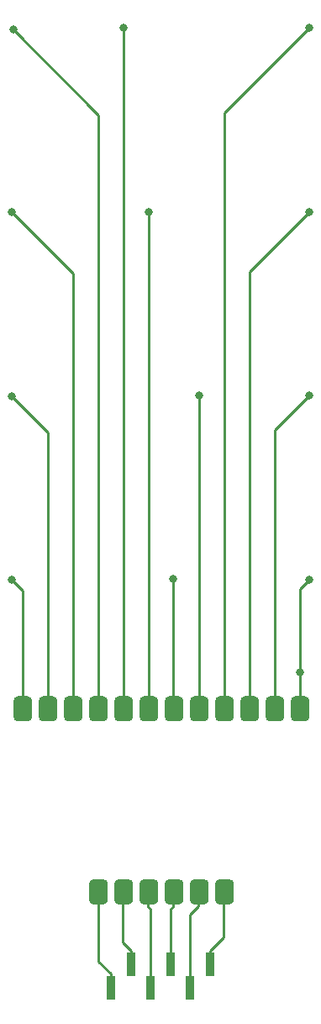
<source format=gbr>
G04 #@! TF.GenerationSoftware,KiCad,Pcbnew,(5.1.7)-1*
G04 #@! TF.CreationDate,2020-11-09T16:31:24+01:00*
G04 #@! TF.ProjectId,Touch-Flaeche,546f7563-682d-4466-9c61-656368652e6b,0.1*
G04 #@! TF.SameCoordinates,Original*
G04 #@! TF.FileFunction,Copper,L1,Top*
G04 #@! TF.FilePolarity,Positive*
%FSLAX46Y46*%
G04 Gerber Fmt 4.6, Leading zero omitted, Abs format (unit mm)*
G04 Created by KiCad (PCBNEW (5.1.7)-1) date 2020-11-09 16:31:24*
%MOMM*%
%LPD*%
G01*
G04 APERTURE LIST*
G04 #@! TA.AperFunction,SMDPad,CuDef*
%ADD10R,0.850000X2.350000*%
G04 #@! TD*
G04 #@! TA.AperFunction,ViaPad*
%ADD11C,0.800000*%
G04 #@! TD*
G04 #@! TA.AperFunction,Conductor*
%ADD12C,0.250000*%
G04 #@! TD*
G04 APERTURE END LIST*
G04 #@! TA.AperFunction,SMDPad,CuDef*
G36*
G01*
X107177500Y-119186250D02*
X107177500Y-117598750D01*
G75*
G02*
X107653750Y-117122500I476250J0D01*
G01*
X108606250Y-117122500D01*
G75*
G02*
X109082500Y-117598750I0J-476250D01*
G01*
X109082500Y-119186250D01*
G75*
G02*
X108606250Y-119662500I-476250J0D01*
G01*
X107653750Y-119662500D01*
G75*
G02*
X107177500Y-119186250I0J476250D01*
G01*
G37*
G04 #@! TD.AperFunction*
G04 #@! TA.AperFunction,SMDPad,CuDef*
G36*
G01*
X109717500Y-119186250D02*
X109717500Y-117598750D01*
G75*
G02*
X110193750Y-117122500I476250J0D01*
G01*
X111146250Y-117122500D01*
G75*
G02*
X111622500Y-117598750I0J-476250D01*
G01*
X111622500Y-119186250D01*
G75*
G02*
X111146250Y-119662500I-476250J0D01*
G01*
X110193750Y-119662500D01*
G75*
G02*
X109717500Y-119186250I0J476250D01*
G01*
G37*
G04 #@! TD.AperFunction*
G04 #@! TA.AperFunction,SMDPad,CuDef*
G36*
G01*
X112257500Y-119186250D02*
X112257500Y-117598750D01*
G75*
G02*
X112733750Y-117122500I476250J0D01*
G01*
X113686250Y-117122500D01*
G75*
G02*
X114162500Y-117598750I0J-476250D01*
G01*
X114162500Y-119186250D01*
G75*
G02*
X113686250Y-119662500I-476250J0D01*
G01*
X112733750Y-119662500D01*
G75*
G02*
X112257500Y-119186250I0J476250D01*
G01*
G37*
G04 #@! TD.AperFunction*
G04 #@! TA.AperFunction,SMDPad,CuDef*
G36*
G01*
X135117500Y-119186250D02*
X135117500Y-117598750D01*
G75*
G02*
X135593750Y-117122500I476250J0D01*
G01*
X136546250Y-117122500D01*
G75*
G02*
X137022500Y-117598750I0J-476250D01*
G01*
X137022500Y-119186250D01*
G75*
G02*
X136546250Y-119662500I-476250J0D01*
G01*
X135593750Y-119662500D01*
G75*
G02*
X135117500Y-119186250I0J476250D01*
G01*
G37*
G04 #@! TD.AperFunction*
G04 #@! TA.AperFunction,SMDPad,CuDef*
G36*
G01*
X132577500Y-119186250D02*
X132577500Y-117598750D01*
G75*
G02*
X133053750Y-117122500I476250J0D01*
G01*
X134006250Y-117122500D01*
G75*
G02*
X134482500Y-117598750I0J-476250D01*
G01*
X134482500Y-119186250D01*
G75*
G02*
X134006250Y-119662500I-476250J0D01*
G01*
X133053750Y-119662500D01*
G75*
G02*
X132577500Y-119186250I0J476250D01*
G01*
G37*
G04 #@! TD.AperFunction*
G04 #@! TA.AperFunction,SMDPad,CuDef*
G36*
G01*
X130037500Y-119186250D02*
X130037500Y-117598750D01*
G75*
G02*
X130513750Y-117122500I476250J0D01*
G01*
X131466250Y-117122500D01*
G75*
G02*
X131942500Y-117598750I0J-476250D01*
G01*
X131942500Y-119186250D01*
G75*
G02*
X131466250Y-119662500I-476250J0D01*
G01*
X130513750Y-119662500D01*
G75*
G02*
X130037500Y-119186250I0J476250D01*
G01*
G37*
G04 #@! TD.AperFunction*
G04 #@! TA.AperFunction,SMDPad,CuDef*
G36*
G01*
X127497500Y-119186250D02*
X127497500Y-117598750D01*
G75*
G02*
X127973750Y-117122500I476250J0D01*
G01*
X128926250Y-117122500D01*
G75*
G02*
X129402500Y-117598750I0J-476250D01*
G01*
X129402500Y-119186250D01*
G75*
G02*
X128926250Y-119662500I-476250J0D01*
G01*
X127973750Y-119662500D01*
G75*
G02*
X127497500Y-119186250I0J476250D01*
G01*
G37*
G04 #@! TD.AperFunction*
G04 #@! TA.AperFunction,SMDPad,CuDef*
G36*
G01*
X124957500Y-119186250D02*
X124957500Y-117598750D01*
G75*
G02*
X125433750Y-117122500I476250J0D01*
G01*
X126386250Y-117122500D01*
G75*
G02*
X126862500Y-117598750I0J-476250D01*
G01*
X126862500Y-119186250D01*
G75*
G02*
X126386250Y-119662500I-476250J0D01*
G01*
X125433750Y-119662500D01*
G75*
G02*
X124957500Y-119186250I0J476250D01*
G01*
G37*
G04 #@! TD.AperFunction*
G04 #@! TA.AperFunction,SMDPad,CuDef*
G36*
G01*
X122417500Y-119186250D02*
X122417500Y-117598750D01*
G75*
G02*
X122893750Y-117122500I476250J0D01*
G01*
X123846250Y-117122500D01*
G75*
G02*
X124322500Y-117598750I0J-476250D01*
G01*
X124322500Y-119186250D01*
G75*
G02*
X123846250Y-119662500I-476250J0D01*
G01*
X122893750Y-119662500D01*
G75*
G02*
X122417500Y-119186250I0J476250D01*
G01*
G37*
G04 #@! TD.AperFunction*
G04 #@! TA.AperFunction,SMDPad,CuDef*
G36*
G01*
X119877500Y-119186250D02*
X119877500Y-117598750D01*
G75*
G02*
X120353750Y-117122500I476250J0D01*
G01*
X121306250Y-117122500D01*
G75*
G02*
X121782500Y-117598750I0J-476250D01*
G01*
X121782500Y-119186250D01*
G75*
G02*
X121306250Y-119662500I-476250J0D01*
G01*
X120353750Y-119662500D01*
G75*
G02*
X119877500Y-119186250I0J476250D01*
G01*
G37*
G04 #@! TD.AperFunction*
G04 #@! TA.AperFunction,SMDPad,CuDef*
G36*
G01*
X117337500Y-119186250D02*
X117337500Y-117598750D01*
G75*
G02*
X117813750Y-117122500I476250J0D01*
G01*
X118766250Y-117122500D01*
G75*
G02*
X119242500Y-117598750I0J-476250D01*
G01*
X119242500Y-119186250D01*
G75*
G02*
X118766250Y-119662500I-476250J0D01*
G01*
X117813750Y-119662500D01*
G75*
G02*
X117337500Y-119186250I0J476250D01*
G01*
G37*
G04 #@! TD.AperFunction*
G04 #@! TA.AperFunction,SMDPad,CuDef*
G36*
G01*
X114797500Y-119186250D02*
X114797500Y-117598750D01*
G75*
G02*
X115273750Y-117122500I476250J0D01*
G01*
X116226250Y-117122500D01*
G75*
G02*
X116702500Y-117598750I0J-476250D01*
G01*
X116702500Y-119186250D01*
G75*
G02*
X116226250Y-119662500I-476250J0D01*
G01*
X115273750Y-119662500D01*
G75*
G02*
X114797500Y-119186250I0J476250D01*
G01*
G37*
G04 #@! TD.AperFunction*
G04 #@! TA.AperFunction,SMDPad,CuDef*
G36*
G01*
X127497500Y-137601250D02*
X127497500Y-136013750D01*
G75*
G02*
X127973750Y-135537500I476250J0D01*
G01*
X128926250Y-135537500D01*
G75*
G02*
X129402500Y-136013750I0J-476250D01*
G01*
X129402500Y-137601250D01*
G75*
G02*
X128926250Y-138077500I-476250J0D01*
G01*
X127973750Y-138077500D01*
G75*
G02*
X127497500Y-137601250I0J476250D01*
G01*
G37*
G04 #@! TD.AperFunction*
G04 #@! TA.AperFunction,SMDPad,CuDef*
G36*
G01*
X124957500Y-137601250D02*
X124957500Y-136013750D01*
G75*
G02*
X125433750Y-135537500I476250J0D01*
G01*
X126386250Y-135537500D01*
G75*
G02*
X126862500Y-136013750I0J-476250D01*
G01*
X126862500Y-137601250D01*
G75*
G02*
X126386250Y-138077500I-476250J0D01*
G01*
X125433750Y-138077500D01*
G75*
G02*
X124957500Y-137601250I0J476250D01*
G01*
G37*
G04 #@! TD.AperFunction*
G04 #@! TA.AperFunction,SMDPad,CuDef*
G36*
G01*
X122417500Y-137601250D02*
X122417500Y-136013750D01*
G75*
G02*
X122893750Y-135537500I476250J0D01*
G01*
X123846250Y-135537500D01*
G75*
G02*
X124322500Y-136013750I0J-476250D01*
G01*
X124322500Y-137601250D01*
G75*
G02*
X123846250Y-138077500I-476250J0D01*
G01*
X122893750Y-138077500D01*
G75*
G02*
X122417500Y-137601250I0J476250D01*
G01*
G37*
G04 #@! TD.AperFunction*
G04 #@! TA.AperFunction,SMDPad,CuDef*
G36*
G01*
X119877500Y-137601250D02*
X119877500Y-136013750D01*
G75*
G02*
X120353750Y-135537500I476250J0D01*
G01*
X121306250Y-135537500D01*
G75*
G02*
X121782500Y-136013750I0J-476250D01*
G01*
X121782500Y-137601250D01*
G75*
G02*
X121306250Y-138077500I-476250J0D01*
G01*
X120353750Y-138077500D01*
G75*
G02*
X119877500Y-137601250I0J476250D01*
G01*
G37*
G04 #@! TD.AperFunction*
G04 #@! TA.AperFunction,SMDPad,CuDef*
G36*
G01*
X117337500Y-137601250D02*
X117337500Y-136013750D01*
G75*
G02*
X117813750Y-135537500I476250J0D01*
G01*
X118766250Y-135537500D01*
G75*
G02*
X119242500Y-136013750I0J-476250D01*
G01*
X119242500Y-137601250D01*
G75*
G02*
X118766250Y-138077500I-476250J0D01*
G01*
X117813750Y-138077500D01*
G75*
G02*
X117337500Y-137601250I0J476250D01*
G01*
G37*
G04 #@! TD.AperFunction*
G04 #@! TA.AperFunction,SMDPad,CuDef*
G36*
G01*
X114797500Y-137601250D02*
X114797500Y-136013750D01*
G75*
G02*
X115273750Y-135537500I476250J0D01*
G01*
X116226250Y-135537500D01*
G75*
G02*
X116702500Y-136013750I0J-476250D01*
G01*
X116702500Y-137601250D01*
G75*
G02*
X116226250Y-138077500I-476250J0D01*
G01*
X115273750Y-138077500D01*
G75*
G02*
X114797500Y-137601250I0J476250D01*
G01*
G37*
G04 #@! TD.AperFunction*
D10*
X117000000Y-146475000D03*
X121000000Y-146475000D03*
X125000000Y-146475000D03*
X119000000Y-144125000D03*
X123000000Y-144125000D03*
X127000000Y-144125000D03*
D11*
X136070000Y-114730000D03*
X137000000Y-105400000D03*
X137000000Y-86900000D03*
X137000000Y-68400000D03*
X137000000Y-49900000D03*
X125900000Y-86900000D03*
X123300000Y-105300000D03*
X120800000Y-68400000D03*
X118300000Y-49900000D03*
X107150000Y-50050000D03*
X107000000Y-68400000D03*
X107050000Y-86950000D03*
X107000000Y-105400000D03*
D12*
X136070000Y-118202000D02*
X136000001Y-118132001D01*
X136070000Y-118202000D02*
X136070000Y-114730000D01*
X136100000Y-118740000D02*
X136070000Y-118710000D01*
X137000000Y-105400000D02*
X137000000Y-105400000D01*
X136070000Y-114730000D02*
X136070000Y-113930000D01*
X136070000Y-113930000D02*
X136070000Y-106330000D01*
X136070000Y-106330000D02*
X137000000Y-105400000D01*
X137000000Y-105400000D02*
X137000000Y-105400000D01*
X133530000Y-90370000D02*
X137000000Y-86900000D01*
X133530000Y-118202000D02*
X133530000Y-90370000D01*
X137000000Y-86900000D02*
X137000000Y-86900000D01*
X130990000Y-74410000D02*
X137000000Y-68400000D01*
X130990000Y-118202000D02*
X130990000Y-74410000D01*
X137000000Y-68400000D02*
X137000000Y-68400000D01*
X128450000Y-58450000D02*
X137000000Y-49900000D01*
X128450000Y-118202000D02*
X128450000Y-58450000D01*
X137000000Y-49900000D02*
X137000000Y-49900000D01*
X125910000Y-118202000D02*
X125800006Y-118092006D01*
X125900000Y-118192000D02*
X125900000Y-86900000D01*
X125910000Y-118202000D02*
X125900000Y-118192000D01*
X125900000Y-86900000D02*
X125900000Y-86900000D01*
X123200002Y-118032002D02*
X123370000Y-118202000D01*
X123300000Y-118132000D02*
X123300000Y-105300000D01*
X123370000Y-118202000D02*
X123300000Y-118132000D01*
X123300000Y-105300000D02*
X123300000Y-105300000D01*
X120830000Y-118202000D02*
X120699996Y-118071996D01*
X120800000Y-118172000D02*
X120800000Y-68400000D01*
X120830000Y-118202000D02*
X120800000Y-118172000D01*
X120800000Y-68400000D02*
X120800000Y-68400000D01*
X118290000Y-118202000D02*
X118200004Y-118112004D01*
X118300000Y-118192000D02*
X118300000Y-49900000D01*
X118290000Y-118202000D02*
X118300000Y-118192000D01*
X118300000Y-49900000D02*
X118300000Y-49900000D01*
X115750000Y-58650000D02*
X107150000Y-50050000D01*
X115750000Y-118202000D02*
X115750000Y-58650000D01*
X107150000Y-50050000D02*
X107000000Y-49900000D01*
X113210000Y-74610000D02*
X107000000Y-68400000D01*
X113210000Y-118202000D02*
X113210000Y-74610000D01*
X107000000Y-68400000D02*
X107000000Y-68400000D01*
X110670000Y-90570000D02*
X107050000Y-86950000D01*
X110670000Y-118202000D02*
X110670000Y-90570000D01*
X107050000Y-86950000D02*
X107000000Y-86900000D01*
X115750000Y-143800000D02*
X115750000Y-136998000D01*
X117000000Y-145050000D02*
X115750000Y-143800000D01*
X117000000Y-146475000D02*
X117000000Y-145050000D01*
X121000000Y-138560000D02*
X120730000Y-138290000D01*
X121000000Y-146475000D02*
X121000000Y-138560000D01*
X120730000Y-136590000D02*
X120830000Y-136490000D01*
X120730000Y-138290000D02*
X120730000Y-136590000D01*
X125000000Y-139100000D02*
X125810000Y-138290000D01*
X125000000Y-146475000D02*
X125000000Y-139100000D01*
X125810000Y-136590000D02*
X125910000Y-136490000D01*
X125810000Y-138290000D02*
X125810000Y-136590000D01*
X119000000Y-142700000D02*
X118190000Y-141890000D01*
X119000000Y-144125000D02*
X119000000Y-142700000D01*
X118190000Y-136590000D02*
X118290000Y-136490000D01*
X118190000Y-138610000D02*
X118190000Y-136590000D01*
X118190000Y-141890000D02*
X118190000Y-138610000D01*
X118190000Y-138610000D02*
X118190000Y-138290000D01*
X123000000Y-138560000D02*
X123270000Y-138290000D01*
X123000000Y-144125000D02*
X123000000Y-138560000D01*
X123270000Y-136590000D02*
X123370000Y-136490000D01*
X123270000Y-138290000D02*
X123270000Y-136590000D01*
X128350000Y-136590000D02*
X128450000Y-136490000D01*
X128350000Y-141350000D02*
X128350000Y-136590000D01*
X127000000Y-142700000D02*
X128350000Y-141350000D01*
X127000000Y-144125000D02*
X127000000Y-142700000D01*
X108130000Y-118202000D02*
X108000000Y-118072000D01*
X108130000Y-106530000D02*
X107000000Y-105400000D01*
X108130000Y-118202000D02*
X108130000Y-106530000D01*
X107000000Y-105400000D02*
X107000000Y-105400000D01*
M02*

</source>
